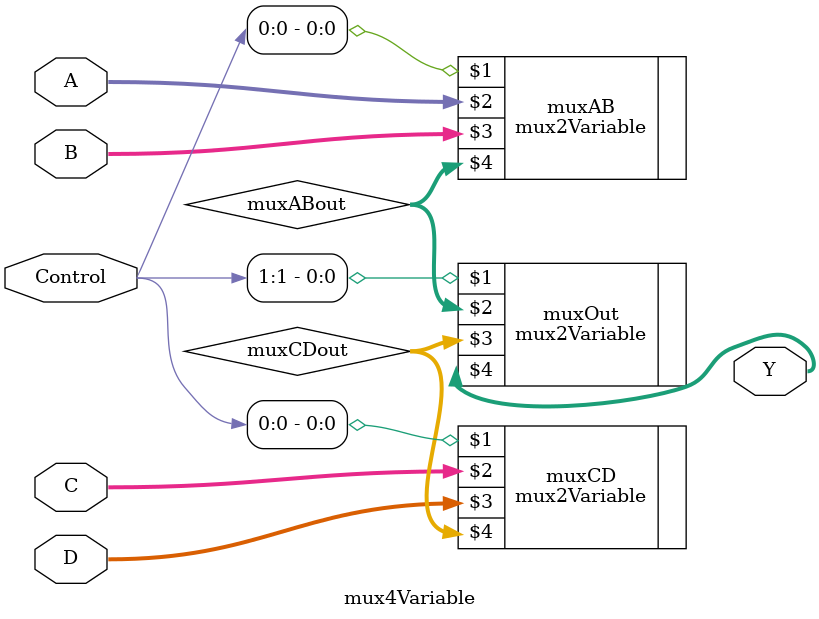
<source format=v>
module mux4Variable(Control, A, B, C, D, Y);
  parameter WIDTH = 2;
  input [1:0] Control;
  input [WIDTH-1:0] A;
  input [WIDTH-1:0] B;
  input [WIDTH-1:0] C;
  input [WIDTH-1:0] D;
  output [WIDTH-1:0] Y;
  
  wire [1:0] muxABout;
  wire [1:0] muxCDout;
  
  mux2Variable #(.WIDTH(WIDTH)) muxAB(Control[0], A, B, muxABout);
  mux2Variable #(.WIDTH(WIDTH)) muxCD(Control[0], C, D, muxCDout);
  mux2Variable #(.WIDTH(WIDTH)) muxOut(Control[1], muxABout, muxCDout, Y);
endmodule

</source>
